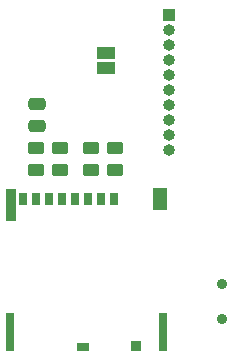
<source format=gbr>
%TF.GenerationSoftware,KiCad,Pcbnew,(6.0.5)*%
%TF.CreationDate,2023-03-06T17:13:13-03:00*%
%TF.ProjectId,ESP32_MicroSD,45535033-325f-44d6-9963-726f53442e6b,rev?*%
%TF.SameCoordinates,Original*%
%TF.FileFunction,Soldermask,Bot*%
%TF.FilePolarity,Negative*%
%FSLAX46Y46*%
G04 Gerber Fmt 4.6, Leading zero omitted, Abs format (unit mm)*
G04 Created by KiCad (PCBNEW (6.0.5)) date 2023-03-06 17:13:13*
%MOMM*%
%LPD*%
G01*
G04 APERTURE LIST*
G04 Aperture macros list*
%AMRoundRect*
0 Rectangle with rounded corners*
0 $1 Rounding radius*
0 $2 $3 $4 $5 $6 $7 $8 $9 X,Y pos of 4 corners*
0 Add a 4 corners polygon primitive as box body*
4,1,4,$2,$3,$4,$5,$6,$7,$8,$9,$2,$3,0*
0 Add four circle primitives for the rounded corners*
1,1,$1+$1,$2,$3*
1,1,$1+$1,$4,$5*
1,1,$1+$1,$6,$7*
1,1,$1+$1,$8,$9*
0 Add four rect primitives between the rounded corners*
20,1,$1+$1,$2,$3,$4,$5,0*
20,1,$1+$1,$4,$5,$6,$7,0*
20,1,$1+$1,$6,$7,$8,$9,0*
20,1,$1+$1,$8,$9,$2,$3,0*%
G04 Aperture macros list end*
%ADD10R,1.000000X1.000000*%
%ADD11O,1.000000X1.000000*%
%ADD12C,0.900000*%
%ADD13RoundRect,0.250000X0.475000X-0.250000X0.475000X0.250000X-0.475000X0.250000X-0.475000X-0.250000X0*%
%ADD14RoundRect,0.250000X-0.450000X0.262500X-0.450000X-0.262500X0.450000X-0.262500X0.450000X0.262500X0*%
%ADD15R,0.711200X1.092200*%
%ADD16R,0.889000X0.939800*%
%ADD17R,1.041400X0.787400*%
%ADD18R,1.143000X1.828800*%
%ADD19R,0.863600X2.794000*%
%ADD20R,0.711200X3.327400*%
%ADD21R,1.500000X1.000000*%
G04 APERTURE END LIST*
D10*
%TO.C,J1*%
X87500000Y-76900000D03*
D11*
X87500000Y-78170000D03*
X87500000Y-79440000D03*
X87500000Y-80710000D03*
X87500000Y-81980000D03*
X87500000Y-83250000D03*
X87500000Y-84520000D03*
X87500000Y-85790000D03*
X87500000Y-87060000D03*
X87500000Y-88330000D03*
%TD*%
D12*
%TO.C,SW1*%
X92030000Y-99700000D03*
X92030000Y-102700000D03*
%TD*%
D13*
%TO.C,C1*%
X76300000Y-86362500D03*
X76300000Y-84462500D03*
%TD*%
D14*
%TO.C,R1*%
X76275000Y-88200000D03*
X76275000Y-90025000D03*
%TD*%
%TO.C,R3*%
X80900000Y-88200000D03*
X80900000Y-90025000D03*
%TD*%
%TO.C,R2*%
X78300000Y-88200000D03*
X78300000Y-90025000D03*
%TD*%
D15*
%TO.C,J2*%
X82880000Y-92474500D03*
X81780000Y-92474500D03*
X80680000Y-92474500D03*
X79579999Y-92474500D03*
X78479999Y-92474500D03*
X77379999Y-92474500D03*
X76279998Y-92474500D03*
X75180000Y-92474500D03*
D16*
X84669999Y-104939499D03*
D17*
X80190001Y-105014500D03*
D18*
X86760000Y-92489500D03*
D19*
X74100000Y-92974500D03*
D20*
X86980000Y-103739499D03*
X74020000Y-103739499D03*
%TD*%
D14*
%TO.C,R4*%
X82900000Y-88200000D03*
X82900000Y-90025000D03*
%TD*%
D21*
%TO.C,JP1*%
X82200000Y-81450000D03*
X82200000Y-80150000D03*
%TD*%
M02*

</source>
